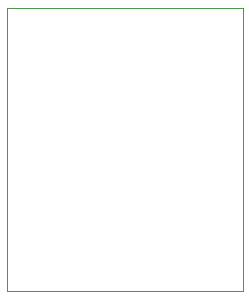
<source format=gbr>
%TF.GenerationSoftware,KiCad,Pcbnew,(6.0.0)*%
%TF.CreationDate,2022-01-16T13:24:38+00:00*%
%TF.ProjectId,RBP-140+,5242502d-3134-4302-9b2e-6b696361645f,rev?*%
%TF.SameCoordinates,Original*%
%TF.FileFunction,Profile,NP*%
%FSLAX46Y46*%
G04 Gerber Fmt 4.6, Leading zero omitted, Abs format (unit mm)*
G04 Created by KiCad (PCBNEW (6.0.0)) date 2022-01-16 13:24:38*
%MOMM*%
%LPD*%
G01*
G04 APERTURE LIST*
%TA.AperFunction,Profile*%
%ADD10C,0.100000*%
%TD*%
G04 APERTURE END LIST*
D10*
X140000000Y-112000000D02*
X160000000Y-112000000D01*
X140000000Y-88000000D02*
X140000000Y-112000000D01*
X160000000Y-88000000D02*
X140000000Y-88000000D01*
X160000000Y-112000000D02*
X160000000Y-88000000D01*
M02*

</source>
